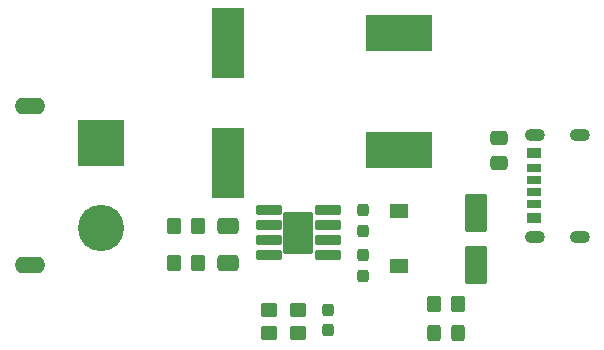
<source format=gbr>
%TF.GenerationSoftware,KiCad,Pcbnew,9.0.4*%
%TF.CreationDate,2025-09-28T14:02:47+03:00*%
%TF.ProjectId,Project_MP2494,50726f6a-6563-4745-9f4d-50323439342e,1.0*%
%TF.SameCoordinates,Original*%
%TF.FileFunction,Soldermask,Top*%
%TF.FilePolarity,Negative*%
%FSLAX46Y46*%
G04 Gerber Fmt 4.6, Leading zero omitted, Abs format (unit mm)*
G04 Created by KiCad (PCBNEW 9.0.4) date 2025-09-28 14:02:47*
%MOMM*%
%LPD*%
G01*
G04 APERTURE LIST*
G04 Aperture macros list*
%AMRoundRect*
0 Rectangle with rounded corners*
0 $1 Rounding radius*
0 $2 $3 $4 $5 $6 $7 $8 $9 X,Y pos of 4 corners*
0 Add a 4 corners polygon primitive as box body*
4,1,4,$2,$3,$4,$5,$6,$7,$8,$9,$2,$3,0*
0 Add four circle primitives for the rounded corners*
1,1,$1+$1,$2,$3*
1,1,$1+$1,$4,$5*
1,1,$1+$1,$6,$7*
1,1,$1+$1,$8,$9*
0 Add four rect primitives between the rounded corners*
20,1,$1+$1,$2,$3,$4,$5,0*
20,1,$1+$1,$4,$5,$6,$7,0*
20,1,$1+$1,$6,$7,$8,$9,0*
20,1,$1+$1,$8,$9,$2,$3,0*%
G04 Aperture macros list end*
%ADD10RoundRect,0.250000X-0.325000X-0.450000X0.325000X-0.450000X0.325000X0.450000X-0.325000X0.450000X0*%
%ADD11RoundRect,0.102000X0.800000X-1.500000X0.800000X1.500000X-0.800000X1.500000X-0.800000X-1.500000X0*%
%ADD12RoundRect,0.250000X-0.350000X-0.450000X0.350000X-0.450000X0.350000X0.450000X-0.350000X0.450000X0*%
%ADD13RoundRect,0.250000X0.475000X-0.337500X0.475000X0.337500X-0.475000X0.337500X-0.475000X-0.337500X0*%
%ADD14RoundRect,0.250000X0.350000X0.450000X-0.350000X0.450000X-0.350000X-0.450000X0.350000X-0.450000X0*%
%ADD15O,2.604000X1.404000*%
%ADD16RoundRect,0.102000X1.858000X-1.858000X1.858000X1.858000X-1.858000X1.858000X-1.858000X-1.858000X0*%
%ADD17C,3.920000*%
%ADD18RoundRect,0.237500X0.237500X-0.300000X0.237500X0.300000X-0.237500X0.300000X-0.237500X-0.300000X0*%
%ADD19RoundRect,0.250000X-0.450000X0.350000X-0.450000X-0.350000X0.450000X-0.350000X0.450000X0.350000X0*%
%ADD20RoundRect,0.102000X-1.250000X2.900000X-1.250000X-2.900000X1.250000X-2.900000X1.250000X2.900000X0*%
%ADD21RoundRect,0.250000X-0.650000X0.412500X-0.650000X-0.412500X0.650000X-0.412500X0.650000X0.412500X0*%
%ADD22O,1.701800X1.092200*%
%ADD23R,1.193800X0.711200*%
%ADD24R,1.193800X0.762000*%
%ADD25R,1.193800X0.812800*%
%ADD26RoundRect,0.100500X-0.986500X-0.301500X0.986500X-0.301500X0.986500X0.301500X-0.986500X0.301500X0*%
%ADD27RoundRect,0.102000X-1.205000X-1.650000X1.205000X-1.650000X1.205000X1.650000X-1.205000X1.650000X0*%
%ADD28RoundRect,0.250000X0.450000X-0.350000X0.450000X0.350000X-0.450000X0.350000X-0.450000X-0.350000X0*%
%ADD29RoundRect,0.102000X-2.700000X-1.450000X2.700000X-1.450000X2.700000X1.450000X-2.700000X1.450000X0*%
%ADD30R,1.600000X1.200000*%
G04 APERTURE END LIST*
D10*
%TO.C,D2*%
X150450000Y-122500000D03*
X152500000Y-122500000D03*
%TD*%
D11*
%TO.C,C6*%
X154000000Y-112300000D03*
X154000000Y-116700000D03*
%TD*%
D12*
%TO.C,R2*%
X128500000Y-116562500D03*
X130500000Y-116562500D03*
%TD*%
D13*
%TO.C,C7*%
X156000000Y-108037500D03*
X156000000Y-105962500D03*
%TD*%
D14*
%TO.C,R1*%
X130500000Y-113437500D03*
X128500000Y-113437500D03*
%TD*%
D15*
%TO.C,J1*%
X116250000Y-116750000D03*
X116250000Y-103250000D03*
D16*
X122250000Y-106400000D03*
D17*
X122250000Y-113600000D03*
%TD*%
D18*
%TO.C,C4*%
X144500000Y-113820000D03*
X144500000Y-112095000D03*
%TD*%
D12*
%TO.C,R5*%
X150500000Y-120000000D03*
X152500000Y-120000000D03*
%TD*%
D19*
%TO.C,R4*%
X136525000Y-120500000D03*
X136525000Y-122500000D03*
%TD*%
D20*
%TO.C,C1*%
X133000000Y-108050000D03*
X133000000Y-97950000D03*
%TD*%
D18*
%TO.C,C5*%
X141500000Y-122225000D03*
X141500000Y-120500000D03*
%TD*%
D21*
%TO.C,C2*%
X133000000Y-113437500D03*
X133000000Y-116562500D03*
%TD*%
D22*
%TO.C,J2*%
X159045600Y-114320000D03*
X162845599Y-114320000D03*
X159045600Y-105680000D03*
X162845599Y-105680000D03*
D23*
X158965599Y-110499999D03*
D24*
X158965599Y-108480000D03*
D25*
X158965599Y-107250000D03*
D23*
X158965599Y-109500001D03*
D24*
X158965716Y-111519936D03*
D25*
X158965716Y-112749936D03*
%TD*%
D26*
%TO.C,U1*%
X136525000Y-112095000D03*
X136525000Y-113365000D03*
D27*
X139000000Y-114000000D03*
D26*
X136525000Y-114635000D03*
X136525000Y-115905000D03*
X141475000Y-115905000D03*
X141475000Y-114635000D03*
X141475000Y-113365000D03*
X141475000Y-112095000D03*
%TD*%
D18*
%TO.C,C3*%
X144500000Y-117630000D03*
X144500000Y-115905000D03*
%TD*%
D28*
%TO.C,R3*%
X139000000Y-122500000D03*
X139000000Y-120500000D03*
%TD*%
D29*
%TO.C,L1*%
X147500000Y-106950000D03*
X147500000Y-97050000D03*
%TD*%
D30*
%TO.C,D1*%
X147500000Y-112175900D03*
X147500000Y-116824100D03*
%TD*%
M02*

</source>
